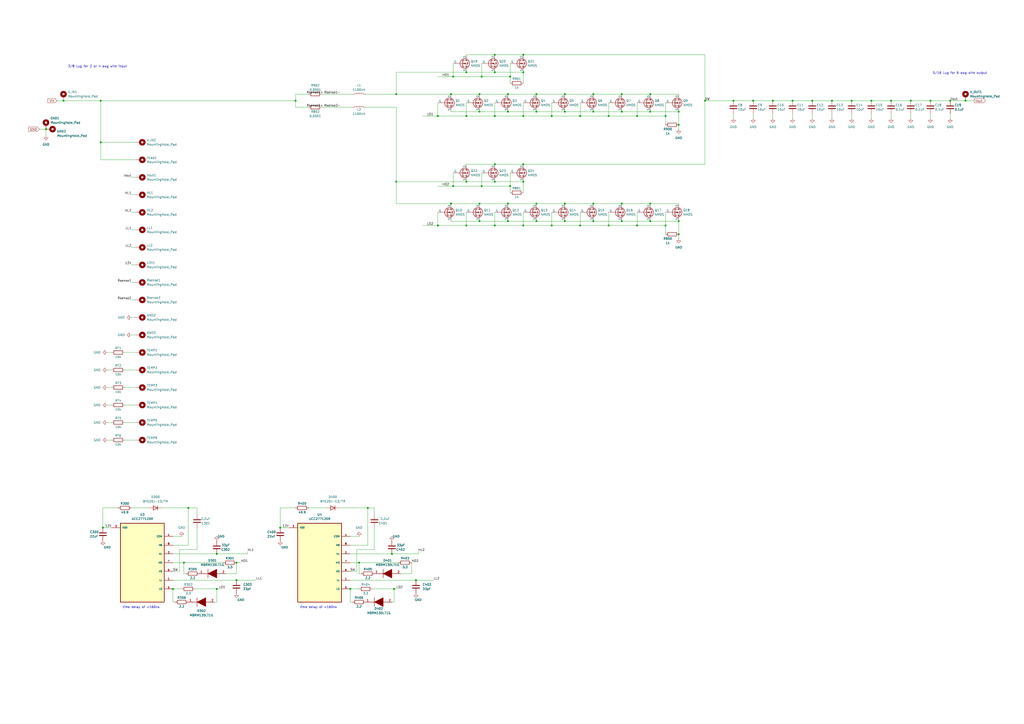
<source format=kicad_sch>
(kicad_sch (version 20230121) (generator eeschema)
  (paper "A2")
  (junction (at 137.16 326.39))
  (junction (at 303.53 130.81))
  (junction (at 287.02 105.41))
  (junction (at 408.94 58.42))
  (junction (at 482.6 58.42))
  (junction (at 100.33 341.63))
  (junction (at 344.17 118.11))
  (junction (at 386.08 130.81))
  (junction (at 369.57 130.81))
  (junction (at 203.2 341.63))
  (junction (at 287.02 41.91))
  (junction (at 311.15 128.27))
  (junction (at 270.51 41.91))
  (junction (at 327.66 128.27))
  (junction (at 254 130.81))
  (junction (at 278.13 64.77))
  (junction (at 26.67 74.93))
  (junction (at 311.15 54.61))
  (junction (at 279.4 44.45))
  (junction (at 287.02 130.81))
  (junction (at 287.02 67.31))
  (junction (at 59.69 306.07))
  (junction (at 294.64 54.61))
  (junction (at 360.68 128.27))
  (junction (at 270.51 105.41))
  (junction (at 261.62 118.11))
  (junction (at 377.19 118.11))
  (junction (at 227.33 321.31))
  (junction (at 278.13 128.27))
  (junction (at 327.66 54.61))
  (junction (at 320.04 130.81))
  (junction (at 360.68 64.77))
  (junction (at 386.08 67.31))
  (junction (at 58.42 58.42))
  (junction (at 311.15 118.11))
  (junction (at 125.73 321.31))
  (junction (at 106.68 326.39))
  (junction (at 278.13 54.61))
  (junction (at 393.7 135.89))
  (junction (at 560.07 58.42))
  (junction (at 295.91 107.95))
  (junction (at 294.64 118.11))
  (junction (at 162.56 306.07))
  (junction (at 279.4 107.95))
  (junction (at 471.17 58.42))
  (junction (at 254 67.31))
  (junction (at 303.53 67.31))
  (junction (at 353.06 130.81))
  (junction (at 58.42 82.55))
  (junction (at 360.68 54.61))
  (junction (at 262.89 44.45))
  (junction (at 171.45 58.42))
  (junction (at 262.89 107.95))
  (junction (at 393.7 128.27))
  (junction (at 369.57 67.31))
  (junction (at 241.3 336.55))
  (junction (at 336.55 67.31))
  (junction (at 270.51 130.81))
  (junction (at 327.66 118.11))
  (junction (at 377.19 64.77))
  (junction (at 125.73 341.63))
  (junction (at 528.32 58.42))
  (junction (at 336.55 130.81))
  (junction (at 459.74 58.42))
  (junction (at 505.46 58.42))
  (junction (at 229.87 54.61))
  (junction (at 294.64 64.77))
  (junction (at 327.66 64.77))
  (junction (at 303.53 31.75))
  (junction (at 539.75 58.42))
  (junction (at 494.03 58.42))
  (junction (at 344.17 128.27))
  (junction (at 353.06 67.31))
  (junction (at 303.53 95.25))
  (junction (at 393.7 64.77))
  (junction (at 320.04 67.31))
  (junction (at 436.88 58.42))
  (junction (at 213.36 294.64))
  (junction (at 278.13 118.11))
  (junction (at 311.15 64.77))
  (junction (at 303.53 105.41))
  (junction (at 137.16 336.55))
  (junction (at 393.7 72.39))
  (junction (at 261.62 54.61))
  (junction (at 360.68 118.11))
  (junction (at 229.87 105.41))
  (junction (at 208.28 326.39))
  (junction (at 377.19 128.27))
  (junction (at 551.18 58.42))
  (junction (at 228.6 341.63))
  (junction (at 344.17 54.61))
  (junction (at 377.19 54.61))
  (junction (at 287.02 95.25))
  (junction (at 287.02 31.75))
  (junction (at 425.45 58.42))
  (junction (at 448.31 58.42))
  (junction (at 294.64 128.27))
  (junction (at 344.17 64.77))
  (junction (at 36.83 58.42))
  (junction (at 109.22 294.64))
  (junction (at 295.91 44.45))
  (junction (at 270.51 67.31))
  (junction (at 516.89 58.42))
  (junction (at 303.53 41.91))
  (wire (pts (xy 360.68 128.27) (xy 377.19 128.27)))
  (wire (pts (xy 393.7 135.89) (xy 393.7 138.43)))
  (wire (pts (xy 245.11 130.81) (xy 254 130.81)))
  (wire (pts (xy 353.06 123.19) (xy 353.06 130.81)))
  (wire (pts (xy 303.53 130.81) (xy 320.04 130.81)))
  (wire (pts (xy 72.39 224.79) (xy 78.74 224.79)))
  (wire (pts (xy 229.87 105.41) (xy 270.51 105.41)))
  (wire (pts (xy 231.14 326.39) (xy 208.28 326.39)))
  (wire (pts (xy 171.45 58.42) (xy 171.45 62.23)))
  (wire (pts (xy 76.2 143.51) (xy 78.74 143.51)))
  (wire (pts (xy 64.77 224.79) (xy 62.23 224.79)))
  (wire (pts (xy 386.08 135.89) (xy 386.08 130.81)))
  (wire (pts (xy 113.03 341.63) (xy 125.73 341.63)))
  (wire (pts (xy 100.33 336.55) (xy 137.16 336.55)))
  (wire (pts (xy 436.88 58.42) (xy 425.45 58.42)))
  (wire (pts (xy 270.51 41.91) (xy 287.02 41.91)))
  (wire (pts (xy 287.02 123.19) (xy 287.02 130.81)))
  (wire (pts (xy 217.17 318.77) (xy 207.01 318.77)))
  (wire (pts (xy 76.2 184.15) (xy 78.74 184.15)))
  (wire (pts (xy 336.55 123.19) (xy 336.55 130.81)))
  (wire (pts (xy 208.28 326.39) (xy 208.28 332.74)))
  (wire (pts (xy 261.62 64.77) (xy 278.13 64.77)))
  (wire (pts (xy 106.68 326.39) (xy 100.33 326.39)))
  (wire (pts (xy 208.28 326.39) (xy 203.2 326.39)))
  (wire (pts (xy 320.04 59.69) (xy 320.04 67.31)))
  (wire (pts (xy 33.02 58.42) (xy 36.83 58.42)))
  (wire (pts (xy 459.74 66.04) (xy 459.74 68.58)))
  (wire (pts (xy 320.04 67.31) (xy 336.55 67.31)))
  (wire (pts (xy 386.08 67.31) (xy 369.57 67.31)))
  (wire (pts (xy 261.62 128.27) (xy 278.13 128.27)))
  (wire (pts (xy 208.28 341.63) (xy 203.2 341.63)))
  (wire (pts (xy 137.16 326.39) (xy 137.16 332.74)))
  (wire (pts (xy 311.15 54.61) (xy 327.66 54.61)))
  (wire (pts (xy 278.13 118.11) (xy 294.64 118.11)))
  (wire (pts (xy 93.98 294.64) (xy 109.22 294.64)))
  (wire (pts (xy 72.39 234.95) (xy 78.74 234.95)))
  (wire (pts (xy 278.13 54.61) (xy 294.64 54.61)))
  (wire (pts (xy 254 44.45) (xy 262.89 44.45)))
  (wire (pts (xy 242.57 320.04) (xy 242.57 321.31)))
  (wire (pts (xy 76.2 153.67) (xy 78.74 153.67)))
  (wire (pts (xy 344.17 54.61) (xy 360.68 54.61)))
  (wire (pts (xy 294.64 54.61) (xy 311.15 54.61)))
  (wire (pts (xy 254 59.69) (xy 254 67.31)))
  (wire (pts (xy 238.76 332.74) (xy 232.41 332.74)))
  (wire (pts (xy 125.73 341.63) (xy 125.73 349.25)))
  (wire (pts (xy 143.51 320.04) (xy 143.51 321.31)))
  (wire (pts (xy 162.56 294.64) (xy 162.56 306.07)))
  (wire (pts (xy 369.57 59.69) (xy 369.57 67.31)))
  (wire (pts (xy 228.6 341.63) (xy 228.6 349.25)))
  (wire (pts (xy 303.53 95.25) (xy 408.94 95.25)))
  (wire (pts (xy 107.95 332.74) (xy 106.68 332.74)))
  (wire (pts (xy 353.06 67.31) (xy 336.55 67.31)))
  (wire (pts (xy 76.2 133.35) (xy 78.74 133.35)))
  (wire (pts (xy 209.55 332.74) (xy 208.28 332.74)))
  (wire (pts (xy 516.89 58.42) (xy 528.32 58.42)))
  (wire (pts (xy 270.51 67.31) (xy 287.02 67.31)))
  (wire (pts (xy 254 107.95) (xy 262.89 107.95)))
  (wire (pts (xy 137.16 326.39) (xy 139.7 326.39)))
  (wire (pts (xy 137.16 336.55) (xy 148.59 336.55)))
  (wire (pts (xy 104.14 318.77) (xy 104.14 331.47)))
  (wire (pts (xy 551.18 58.42) (xy 560.07 58.42)))
  (wire (pts (xy 125.73 321.31) (xy 143.51 321.31)))
  (wire (pts (xy 303.53 105.41) (xy 303.53 111.76)))
  (wire (pts (xy 109.22 316.23) (xy 100.33 316.23)))
  (wire (pts (xy 279.4 100.33) (xy 279.4 107.95)))
  (wire (pts (xy 64.77 214.63) (xy 62.23 214.63)))
  (wire (pts (xy 303.53 31.75) (xy 408.94 31.75)))
  (wire (pts (xy 287.02 95.25) (xy 303.53 95.25)))
  (wire (pts (xy 494.03 66.04) (xy 494.03 68.58)))
  (wire (pts (xy 270.51 31.75) (xy 287.02 31.75)))
  (wire (pts (xy 369.57 123.19) (xy 369.57 130.81)))
  (wire (pts (xy 278.13 128.27) (xy 294.64 128.27)))
  (wire (pts (xy 76.2 102.87) (xy 78.74 102.87)))
  (wire (pts (xy 505.46 66.04) (xy 505.46 68.58)))
  (wire (pts (xy 377.19 128.27) (xy 393.7 128.27)))
  (wire (pts (xy 539.75 66.04) (xy 539.75 68.58)))
  (wire (pts (xy 294.64 118.11) (xy 311.15 118.11)))
  (wire (pts (xy 279.4 107.95) (xy 295.91 107.95)))
  (wire (pts (xy 369.57 67.31) (xy 353.06 67.31)))
  (wire (pts (xy 212.09 54.61) (xy 229.87 54.61)))
  (wire (pts (xy 295.91 44.45) (xy 295.91 48.26)))
  (wire (pts (xy 59.69 306.07) (xy 64.77 306.07)))
  (wire (pts (xy 137.16 332.74) (xy 130.81 332.74)))
  (wire (pts (xy 171.45 54.61) (xy 179.07 54.61)))
  (wire (pts (xy 327.66 118.11) (xy 344.17 118.11)))
  (wire (pts (xy 72.39 255.27) (xy 78.74 255.27)))
  (wire (pts (xy 109.22 294.64) (xy 114.3 294.64)))
  (wire (pts (xy 196.85 294.64) (xy 213.36 294.64)))
  (wire (pts (xy 386.08 59.69) (xy 386.08 67.31)))
  (wire (pts (xy 64.77 255.27) (xy 62.23 255.27)))
  (wire (pts (xy 353.06 59.69) (xy 353.06 67.31)))
  (wire (pts (xy 482.6 58.42) (xy 471.17 58.42)))
  (wire (pts (xy 58.42 82.55) (xy 78.74 82.55)))
  (wire (pts (xy 344.17 64.77) (xy 360.68 64.77)))
  (wire (pts (xy 528.32 58.42) (xy 539.75 58.42)))
  (wire (pts (xy 76.2 173.99) (xy 78.74 173.99)))
  (wire (pts (xy 203.2 321.31) (xy 227.33 321.31)))
  (wire (pts (xy 393.7 64.77) (xy 393.7 72.39)))
  (wire (pts (xy 124.46 349.25) (xy 125.73 349.25)))
  (wire (pts (xy 311.15 64.77) (xy 327.66 64.77)))
  (wire (pts (xy 227.33 349.25) (xy 228.6 349.25)))
  (wire (pts (xy 105.41 341.63) (xy 100.33 341.63)))
  (wire (pts (xy 360.68 64.77) (xy 377.19 64.77)))
  (wire (pts (xy 229.87 54.61) (xy 261.62 54.61)))
  (wire (pts (xy 494.03 58.42) (xy 505.46 58.42)))
  (wire (pts (xy 64.77 245.11) (xy 62.23 245.11)))
  (wire (pts (xy 72.39 204.47) (xy 78.74 204.47)))
  (wire (pts (xy 386.08 123.19) (xy 386.08 130.81)))
  (wire (pts (xy 26.67 74.93) (xy 26.67 78.74)))
  (wire (pts (xy 229.87 41.91) (xy 229.87 54.61)))
  (wire (pts (xy 106.68 326.39) (xy 106.68 332.74)))
  (wire (pts (xy 36.83 58.42) (xy 58.42 58.42)))
  (wire (pts (xy 377.19 118.11) (xy 393.7 118.11)))
  (wire (pts (xy 287.02 41.91) (xy 303.53 41.91)))
  (wire (pts (xy 100.33 331.47) (xy 104.14 331.47)))
  (wire (pts (xy 303.53 41.91) (xy 303.53 48.26)))
  (wire (pts (xy 377.19 64.77) (xy 393.7 64.77)))
  (wire (pts (xy 311.15 118.11) (xy 327.66 118.11)))
  (wire (pts (xy 238.76 326.39) (xy 238.76 332.74)))
  (wire (pts (xy 287.02 130.81) (xy 303.53 130.81)))
  (wire (pts (xy 262.89 36.83) (xy 262.89 44.45)))
  (wire (pts (xy 311.15 128.27) (xy 327.66 128.27)))
  (wire (pts (xy 295.91 107.95) (xy 295.91 111.76)))
  (wire (pts (xy 551.18 66.04) (xy 551.18 68.58)))
  (wire (pts (xy 270.51 123.19) (xy 270.51 130.81)))
  (wire (pts (xy 303.53 123.19) (xy 303.53 130.81)))
  (wire (pts (xy 287.02 67.31) (xy 303.53 67.31)))
  (wire (pts (xy 127 341.63) (xy 125.73 341.63)))
  (wire (pts (xy 320.04 130.81) (xy 320.04 123.19)))
  (wire (pts (xy 279.4 44.45) (xy 295.91 44.45)))
  (wire (pts (xy 227.33 321.31) (xy 242.57 321.31)))
  (wire (pts (xy 303.53 59.69) (xy 303.53 67.31)))
  (wire (pts (xy 539.75 58.42) (xy 551.18 58.42)))
  (wire (pts (xy 448.31 58.42) (xy 436.88 58.42)))
  (wire (pts (xy 262.89 100.33) (xy 262.89 107.95)))
  (wire (pts (xy 109.22 294.64) (xy 109.22 316.23)))
  (wire (pts (xy 207.01 318.77) (xy 207.01 331.47)))
  (wire (pts (xy 72.39 245.11) (xy 78.74 245.11)))
  (wire (pts (xy 408.94 58.42) (xy 408.94 95.25)))
  (wire (pts (xy 287.02 105.41) (xy 303.53 105.41)))
  (wire (pts (xy 114.3 294.64) (xy 114.3 298.45)))
  (wire (pts (xy 386.08 72.39) (xy 386.08 67.31)))
  (wire (pts (xy 64.77 234.95) (xy 62.23 234.95)))
  (wire (pts (xy 171.45 294.64) (xy 162.56 294.64)))
  (wire (pts (xy 203.2 336.55) (xy 241.3 336.55)))
  (wire (pts (xy 560.07 58.42) (xy 565.15 58.42)))
  (wire (pts (xy 471.17 66.04) (xy 471.17 68.58)))
  (wire (pts (xy 229.87 118.11) (xy 229.87 105.41)))
  (wire (pts (xy 393.7 72.39) (xy 393.7 74.93)))
  (wire (pts (xy 114.3 306.07) (xy 114.3 318.77)))
  (wire (pts (xy 287.02 31.75) (xy 303.53 31.75)))
  (wire (pts (xy 327.66 64.77) (xy 344.17 64.77)))
  (wire (pts (xy 494.03 58.42) (xy 482.6 58.42)))
  (wire (pts (xy 162.56 306.07) (xy 167.64 306.07)))
  (wire (pts (xy 336.55 59.69) (xy 336.55 67.31)))
  (wire (pts (xy 229.87 118.11) (xy 261.62 118.11)))
  (wire (pts (xy 270.51 95.25) (xy 287.02 95.25)))
  (wire (pts (xy 516.89 66.04) (xy 516.89 68.58)))
  (wire (pts (xy 100.33 321.31) (xy 125.73 321.31)))
  (wire (pts (xy 320.04 130.81) (xy 336.55 130.81)))
  (wire (pts (xy 448.31 66.04) (xy 448.31 68.58)))
  (wire (pts (xy 76.2 194.31) (xy 78.74 194.31)))
  (wire (pts (xy 270.51 105.41) (xy 287.02 105.41)))
  (wire (pts (xy 270.51 130.81) (xy 287.02 130.81)))
  (wire (pts (xy 215.9 341.63) (xy 228.6 341.63)))
  (wire (pts (xy 58.42 58.42) (xy 58.42 82.55)))
  (wire (pts (xy 76.2 163.83) (xy 78.74 163.83)))
  (wire (pts (xy 229.87 341.63) (xy 228.6 341.63)))
  (wire (pts (xy 294.64 64.77) (xy 311.15 64.77)))
  (wire (pts (xy 471.17 58.42) (xy 459.74 58.42)))
  (wire (pts (xy 327.66 54.61) (xy 344.17 54.61)))
  (wire (pts (xy 360.68 118.11) (xy 377.19 118.11)))
  (wire (pts (xy 386.08 130.81) (xy 369.57 130.81)))
  (wire (pts (xy 59.69 294.64) (xy 59.69 306.07)))
  (wire (pts (xy 482.6 66.04) (xy 482.6 68.58)))
  (wire (pts (xy 212.09 62.23) (xy 229.87 62.23)))
  (wire (pts (xy 408.94 58.42) (xy 425.45 58.42)))
  (wire (pts (xy 186.69 62.23) (xy 204.47 62.23)))
  (wire (pts (xy 213.36 294.64) (xy 217.17 294.64)))
  (wire (pts (xy 327.66 128.27) (xy 344.17 128.27)))
  (wire (pts (xy 76.2 113.03) (xy 78.74 113.03)))
  (wire (pts (xy 229.87 41.91) (xy 270.51 41.91)))
  (wire (pts (xy 171.45 62.23) (xy 179.07 62.23)))
  (wire (pts (xy 262.89 44.45) (xy 279.4 44.45)))
  (wire (pts (xy 241.3 336.55) (xy 251.46 336.55)))
  (wire (pts (xy 295.91 36.83) (xy 295.91 44.45)))
  (wire (pts (xy 100.33 349.25) (xy 100.33 341.63)))
  (wire (pts (xy 408.94 31.75) (xy 408.94 58.42)))
  (wire (pts (xy 217.17 294.64) (xy 217.17 298.45)))
  (wire (pts (xy 229.87 62.23) (xy 229.87 105.41)))
  (wire (pts (xy 203.2 349.25) (xy 203.2 341.63)))
  (wire (pts (xy 58.42 58.42) (xy 171.45 58.42)))
  (wire (pts (xy 68.58 294.64) (xy 59.69 294.64)))
  (wire (pts (xy 72.39 214.63) (xy 78.74 214.63)))
  (wire (pts (xy 245.11 67.31) (xy 254 67.31)))
  (wire (pts (xy 22.86 74.93) (xy 26.67 74.93)))
  (wire (pts (xy 262.89 107.95) (xy 279.4 107.95)))
  (wire (pts (xy 436.88 66.04) (xy 436.88 68.58)))
  (wire (pts (xy 261.62 118.11) (xy 278.13 118.11)))
  (wire (pts (xy 369.57 130.81) (xy 353.06 130.81)))
  (wire (pts (xy 279.4 36.83) (xy 279.4 44.45)))
  (wire (pts (xy 179.07 294.64) (xy 189.23 294.64)))
  (wire (pts (xy 270.51 59.69) (xy 270.51 67.31)))
  (wire (pts (xy 208.28 311.15) (xy 203.2 311.15)))
  (wire (pts (xy 344.17 118.11) (xy 360.68 118.11)))
  (wire (pts (xy 76.2 123.19) (xy 78.74 123.19)))
  (wire (pts (xy 425.45 66.04) (xy 425.45 68.58)))
  (wire (pts (xy 76.2 294.64) (xy 86.36 294.64)))
  (wire (pts (xy 114.3 318.77) (xy 104.14 318.77)))
  (wire (pts (xy 278.13 64.77) (xy 294.64 64.77)))
  (wire (pts (xy 58.42 92.71) (xy 78.74 92.71)))
  (wire (pts (xy 213.36 294.64) (xy 213.36 316.23)))
  (wire (pts (xy 254 130.81) (xy 270.51 130.81)))
  (wire (pts (xy 58.42 82.55) (xy 58.42 92.71)))
  (wire (pts (xy 171.45 54.61) (xy 171.45 58.42)))
  (wire (pts (xy 294.64 128.27) (xy 311.15 128.27)))
  (wire (pts (xy 295.91 100.33) (xy 295.91 107.95)))
  (wire (pts (xy 287.02 59.69) (xy 287.02 67.31)))
  (wire (pts (xy 377.19 54.61) (xy 393.7 54.61)))
  (wire (pts (xy 217.17 306.07) (xy 217.17 318.77)))
  (wire (pts (xy 528.32 66.04) (xy 528.32 68.58)))
  (wire (pts (xy 303.53 67.31) (xy 320.04 67.31)))
  (wire (pts (xy 101.6 349.25) (xy 100.33 349.25)))
  (wire (pts (xy 203.2 331.47) (xy 207.01 331.47)))
  (wire (pts (xy 204.47 349.25) (xy 203.2 349.25)))
  (wire (pts (xy 459.74 58.42) (xy 448.31 58.42)))
  (wire (pts (xy 254 123.19) (xy 254 130.81)))
  (wire (pts (xy 261.62 54.61) (xy 278.13 54.61)))
  (wire (pts (xy 213.36 316.23) (xy 203.2 316.23)))
  (wire (pts (xy 129.54 326.39) (xy 106.68 326.39)))
  (wire (pts (xy 254 67.31) (xy 270.51 67.31)))
  (wire (pts (xy 186.69 54.61) (xy 204.47 54.61)))
  (wire (pts (xy 505.46 58.42) (xy 516.89 58.42)))
  (wire (pts (xy 393.7 128.27) (xy 393.7 135.89)))
  (wire (pts (xy 344.17 128.27) (xy 360.68 128.27)))
  (wire (pts (xy 360.68 54.61) (xy 377.19 54.61)))
  (wire (pts (xy 64.77 204.47) (xy 62.23 204.47)))
  (wire (pts (xy 353.06 130.81) (xy 336.55 130.81)))
  (wire (pts (xy 105.41 311.15) (xy 100.33 311.15)))
  (text "3/8 Lug for 2 or 4 awg wire input" (at 39.37 39.37 0) (effects (font (size 1.27 1.27)) (justify left bottom)))
  (text "time delay of <160ns" (at 71.12 353.06 0) (effects (font (size 1.27 1.27)) (justify left bottom)))
  (text "5/16 Lug for 6 awg wire output" (at 541.02 43.18 0) (effects (font (size 1.27 1.27)) (justify left bottom)))
  (text "time delay of <160ns" (at 173.99 353.06 0) (effects (font (size 1.27 1.27)) (justify left bottom)))
  (label "SW" (at 100.33 331.47 0))
  (label "LL1" (at 76.2 133.35 180))
  (label "Rsense2-" (at 187.96 62.23 0))
  (label "LO2" (at 247.65 130.81 0))
  (label "Rsense1" (at 76.2 163.83 180))
  (label "HO2" (at 256.54 107.95 0))
  (label "HL2" (at 76.2 123.19 180))
  (label "LO1" (at 127 341.63 0))
  (label "LO1" (at 247.65 67.31 0))
  (label "Vout" (at 76.2 102.87 180))
  (label "HO2" (at 238.76 326.39 0))
  (label "SW" (at 408.94 58.42 0))
  (label "Rsense2+" (at 177.8 62.23 0))
  (label "HL1" (at 76.2 113.03 180))
  (label "HO1" (at 256.54 44.45 0))
  (label "LO2" (at 229.87 341.63 0))
  (label "12V" (at 163.83 306.07 0))
  (label "HO1" (at 139.7 326.39 0))
  (label "LL2" (at 76.2 143.51 180))
  (label "12V" (at 60.96 306.07 0))
  (label "HL1" (at 143.51 320.04 0))
  (label "12V" (at 76.2 153.67 180))
  (label "Rsense2" (at 76.2 173.99 180))
  (label "LL2" (at 251.46 336.55 0))
  (label "LL1" (at 148.59 336.55 0))
  (label "Rsense1+" (at 177.8 54.61 0))
  (label "Vout" (at 551.18 58.42 0))
  (label "Rsense1-" (at 187.96 54.61 0))
  (label "HL2" (at 242.57 320.04 0))
  (label "SW" (at 203.2 331.47 0))
  (global_label "Vout" (shape output) (at 565.15 58.42 0) (property "Intersheetrefs" "${INTERSHEET_REFS}" (effects hide)))
  (global_label "GND" (shape input) (at 22.86 74.93 180) (property "Intersheetrefs" "${INTERSHEET_REFS}" (effects hide)))
  (global_label "Vin" (shape input) (at 33.02 58.42 180) (property "Intersheetrefs" "${INTERSHEET_REFS}" (effects hide)))
  (symbol (lib_id "power:GND") (at 528.32 68.58 0) (unit 1)
    (property "Reference" "#PWR022" (effects hide))
    (property "Value" "GND" (at 528.32 73.66 0))
  )
  (symbol (lib_id "Device:R") (at 182.88 62.23 270) (unit 1)
    (property "Reference" "R802" (at 182.88 64.77 90))
    (property "Value" "0.0001" (at 182.88 67.31 90))
    (property "Footprint" "SnapEDA Library:PSR500HTQFB0L10" (effects hide))
  )
  (symbol (lib_id "UCC27712DR:UCC27712DR") (at 82.55 326.39 0) (mirror y) (unit 1)
    (property "Reference" "U3" (at 82.55 298.45 0))
    (property "Value" "UCC27712DR" (at 82.55 300.99 0))
    (property "Footprint" "SnapEDA Library:SOIC127P599X175-8N" (effects hide))
  )
  (symbol (lib_id "MBRM130LT1G:MBRM130LT1G") (at 115.57 332.74 0) (unit 1)
    (property "Reference" "D301" (at 123.19 325.12 0))
    (property "Value" "MBRM130LT1G" (at 123.19 327.66 0))
    (property "Footprint" "SnapEDA Library:MBRM130LT1G" (effects hide))
    (property "Datasheet" "http://www.onsemi.com/pub/Collateral/MBRM130L-D.PDF" (effects hide))
    (property "Manufacturer_Name" "onsemi" (effects hide))
    (property "Manufacturer_Part_Number" "MBRM130LT1G" (effects hide))
    (property "Mouser Part Number" "863-MBRM130LT1G" (effects hide))
    (property "Mouser Price/Stock" "https://www.mouser.co.uk/ProductDetail/onsemi/MBRM130LT1G?qs=3JMERSakebrXPEmSbT3BNg%3D%3D" (effects hide))
    (property "Arrow Part Number" "MBRM130LT1G" (effects hide))
    (property "Arrow Price/Stock" "https://www.arrow.com/en/products/mbrm130lt1g/on-semiconductor?region=europe" (effects hide))
  )
  (symbol (lib_id "Mechanical:MountingHole_Pad") (at 81.28 133.35 270) (unit 1)
    (property "Reference" "LL1" (at 85.09 132.08 90) (effects (justify left)))
    (property "Value" "MountingHole_Pad" (at 85.09 134.62 90) (effects (justify left)))
    (property "Footprint" "TestPoint:TestPoint_THTPad_D2.5mm_Drill1.2mm" (effects hide))
  )
  (symbol (lib_id "Device:R") (at 234.95 326.39 270) (unit 1)
    (property "Reference" "R403" (at 234.95 323.85 90))
    (property "Value" "3.3" (at 234.95 328.93 90))
    (property "Footprint" "Resistor_SMD:R_1206_3216Metric_Pad1.30x1.75mm_HandSolder" (effects hide))
  )
  (symbol (lib_id "Simulation_SPICE:NMOS") (at 391.16 59.69 0) (unit 1)
    (property "Reference" "Q9" (at 396.24 58.42 0) (effects (justify left)))
    (property "Value" "NMOS" (at 396.24 60.96 0) (effects (justify left)))
    (property "Footprint" "SnapEDA Library:TO-220-3_Horizontal_TabDown no hole" (effects hide))
    (property "Datasheet" "https://www.mouser.com/datasheet/2/196/Infineon_IPP024N08NF2S_DataSheet_v02_00_EN-2399825.pdf" (effects hide))
    (property "Sim.Device" "NMOS" (effects hide))
    (property "Sim.Type" "VDMOS" (effects hide))
    (property "Sim.Pins" "1=G 2=D 3=S" (effects hide))
  )
  (symbol (lib_id "power:GND") (at 425.45 68.58 0) (unit 1)
    (property "Reference" "#PWR013" (effects hide))
    (property "Value" "GND" (at 425.45 73.66 0))
  )
  (symbol (lib_id "power:GND") (at 551.18 68.58 0) (unit 1)
    (property "Reference" "#PWR024" (effects hide))
    (property "Value" "GND" (at 551.18 73.66 0))
  )
  (symbol (lib_id "Simulation_SPICE:NMOS") (at 275.59 59.69 0) (unit 1)
    (property "Reference" "Q2" (at 280.67 58.42 0) (effects (justify left)))
    (property "Value" "NMOS" (at 280.67 60.96 0) (effects (justify left)))
    (property "Footprint" "SnapEDA Library:TO-220-3_Horizontal_TabDown no hole" (effects hide))
    (property "Datasheet" "https://www.mouser.com/datasheet/2/196/Infineon_IPP024N08NF2S_DataSheet_v02_00_EN-2399825.pdf" (effects hide))
    (property "Sim.Device" "NMOS" (effects hide))
    (property "Sim.Type" "VDMOS" (effects hide))
    (property "Sim.Pins" "1=G 2=D 3=S" (effects hide))
  )
  (symbol (lib_id "MBRM130LT1G:MBRM130LT1G") (at 109.22 349.25 0) (unit 1)
    (property "Reference" "D302" (at 116.84 354.33 0))
    (property "Value" "MBRM130LT1G" (at 116.84 356.87 0))
    (property "Footprint" "SnapEDA Library:MBRM130LT1G" (effects hide))
    (property "Datasheet" "http://www.onsemi.com/pub/Collateral/MBRM130L-D.PDF" (effects hide))
    (property "Manufacturer_Name" "onsemi" (effects hide))
    (property "Manufacturer_Part_Number" "MBRM130LT1G" (effects hide))
    (property "Mouser Part Number" "863-MBRM130LT1G" (effects hide))
    (property "Mouser Price/Stock" "https://www.mouser.co.uk/ProductDetail/onsemi/MBRM130LT1G?qs=3JMERSakebrXPEmSbT3BNg%3D%3D" (effects hide))
    (property "Arrow Part Number" "MBRM130LT1G" (effects hide))
    (property "Arrow Price/Stock" "https://www.arrow.com/en/products/mbrm130lt1g/on-semiconductor?region=europe" (effects hide))
  )
  (symbol (lib_id "power:GND") (at 105.41 311.15 180) (unit 1)
    (property "Reference" "#PWR03" (effects hide))
    (property "Value" "GND" (at 105.41 306.07 0))
  )
  (symbol (lib_id "MBRM130LT1G:MBRM130LT1G") (at 217.17 332.74 0) (unit 1)
    (property "Reference" "D401" (at 224.79 325.12 0))
    (property "Value" "MBRM130LT1G" (at 224.79 327.66 0))
    (property "Footprint" "SnapEDA Library:MBRM130LT1G" (effects hide))
    (property "Datasheet" "http://www.onsemi.com/pub/Collateral/MBRM130L-D.PDF" (effects hide))
    (property "Manufacturer_Name" "onsemi" (effects hide))
    (property "Manufacturer_Part_Number" "MBRM130LT1G" (effects hide))
    (property "Mouser Part Number" "863-MBRM130LT1G" (effects hide))
    (property "Mouser Price/Stock" "https://www.mouser.co.uk/ProductDetail/onsemi/MBRM130LT1G?qs=3JMERSakebrXPEmSbT3BNg%3D%3D" (effects hide))
    (property "Arrow Part Number" "MBRM130LT1G" (effects hide))
    (property "Arrow Price/Stock" "https://www.arrow.com/en/products/mbrm130lt1g/on-semiconductor?region=europe" (effects hide))
  )
  (symbol (lib_id "Mechanical:MountingHole_Pad") (at 81.28 82.55 270) (unit 1)
    (property "Reference" "V_IN2" (at 85.09 81.28 90) (effects (justify left)))
    (property "Value" "MountingHole_Pad" (at 85.09 83.82 90) (effects (justify left)))
    (property "Footprint" "TestPoint:TestPoint_THTPad_D2.5mm_Drill1.2mm" (effects hide))
  )
  (symbol (lib_id "Simulation_SPICE:NMOS") (at 308.61 123.19 0) (unit 1)
    (property "Reference" "Q13" (at 313.69 121.92 0) (effects (justify left)))
    (property "Value" "NMOS" (at 313.69 124.46 0) (effects (justify left)))
    (property "Footprint" "SnapEDA Library:TO-220-3_Horizontal_TabDown no hole" (effects hide))
    (property "Datasheet" "https://www.mouser.com/datasheet/2/196/Infineon_IPP024N08NF2S_DataSheet_v02_00_EN-2399825.pdf" (effects hide))
    (property "Sim.Device" "NMOS" (effects hide))
    (property "Sim.Type" "VDMOS" (effects hide))
    (property "Sim.Pins" "1=G 2=D 3=S" (effects hide))
  )
  (symbol (lib_id "Mechanical:MountingHole_Pad") (at 81.28 153.67 270) (unit 1)
    (property "Reference" "12V1" (at 85.09 152.4 90) (effects (justify left)))
    (property "Value" "MountingHole_Pad" (at 85.09 154.94 90) (effects (justify left)))
    (property "Footprint" "TestPoint:TestPoint_THTPad_D2.5mm_Drill1.2mm" (effects hide))
  )
  (symbol (lib_id "Device:D") (at 193.04 294.64 180) (unit 1)
    (property "Reference" "D400" (at 193.04 288.29 0))
    (property "Value" "BYG20J-E3/TR" (at 193.04 290.83 0))
    (property "Footprint" "Diode_SMD:D_SMA" (effects hide))
    (property "Sim.Device" "D" (effects hide))
    (property "Sim.Pins" "1=K 2=A" (effects hide))
  )
  (symbol (lib_id "Mechanical:MountingHole_Pad") (at 81.28 102.87 270) (unit 1)
    (property "Reference" "Vout1" (at 85.09 101.6 90) (effects (justify left)))
    (property "Value" "MountingHole_Pad" (at 85.09 104.14 90) (effects (justify left)))
    (property "Footprint" "TestPoint:TestPoint_THTPad_D2.5mm_Drill1.2mm" (effects hide))
  )
  (symbol (lib_id "Mechanical:MountingHole_Pad") (at 81.28 224.79 270) (unit 1)
    (property "Reference" "TEMP3" (at 85.09 223.52 90) (effects (justify left)))
    (property "Value" "MountingHole_Pad" (at 85.09 226.06 90) (effects (justify left)))
    (property "Footprint" "TestPoint:TestPoint_THTPad_D2.5mm_Drill1.2mm" (effects hide))
  )
  (symbol (lib_id "Device:L") (at 208.28 54.61 90) (unit 1)
    (property "Reference" "L1" (at 208.28 49.53 90))
    (property "Value" "1100nH" (at 208.28 52.07 90))
    (property "Footprint" "SnapEDA Library:EDITED-IND_IHDM1107BBEVR47M20_VIS" (effects hide))
  )
  (symbol (lib_id "Simulation_SPICE:NMOS") (at 374.65 59.69 0) (unit 1)
    (property "Reference" "Q8" (at 379.73 58.42 0) (effects (justify left)))
    (property "Value" "NMOS" (at 379.73 60.96 0) (effects (justify left)))
    (property "Footprint" "SnapEDA Library:TO-220-3_Horizontal_TabDown no hole" (effects hide))
    (property "Datasheet" "https://www.mouser.com/datasheet/2/196/Infineon_IPP024N08NF2S_DataSheet_v02_00_EN-2399825.pdf" (effects hide))
    (property "Sim.Device" "NMOS" (effects hide))
    (property "Sim.Type" "VDMOS" (effects hide))
    (property "Sim.Pins" "1=G 2=D 3=S" (effects hide))
  )
  (symbol (lib_id "power:GND") (at 471.17 68.58 0) (unit 1)
    (property "Reference" "#PWR017" (effects hide))
    (property "Value" "GND" (at 471.17 73.66 0))
  )
  (symbol (lib_id "power:GND") (at 162.56 313.69 0) (unit 1)
    (property "Reference" "#PWR06" (effects hide))
    (property "Value" "GND" (at 165.1 317.5 0))
  )
  (symbol (lib_id "Mechanical:MountingHole_Pad") (at 81.28 184.15 270) (unit 1)
    (property "Reference" "GND2" (at 85.09 182.88 90) (effects (justify left)))
    (property "Value" "MountingHole_Pad" (at 85.09 185.42 90) (effects (justify left)))
    (property "Footprint" "TestPoint:TestPoint_THTPad_D2.5mm_Drill1.2mm" (effects hide))
  )
  (symbol (lib_id "Device:D") (at 90.17 294.64 180) (unit 1)
    (property "Reference" "D300" (at 90.17 288.29 0))
    (property "Value" "BYG20J-E3/TR" (at 90.17 290.83 0))
    (property "Footprint" "Diode_SMD:D_SMA" (effects hide))
    (property "Sim.Device" "D" (effects hide))
    (property "Sim.Pins" "1=K 2=A" (effects hide))
  )
  (symbol (lib_id "Device:R") (at 68.58 245.11 270) (mirror x) (unit 1)
    (property "Reference" "RT5" (at 68.58 242.57 90))
    (property "Value" "10k" (at 68.58 247.65 90))
    (property "Footprint" "Resistor_SMD:R_0603_1608Metric_Pad0.98x0.95mm_HandSolder" (effects hide))
    (property "Datasheet" "NTCG163JX103DT1S" (effects hide))
  )
  (symbol (lib_id "Device:R") (at 208.28 349.25 270) (unit 1)
    (property "Reference" "R406" (at 208.28 346.71 90))
    (property "Value" "2.2" (at 208.28 351.79 90))
    (property "Footprint" "Resistor_SMD:R_1206_3216Metric_Pad1.30x1.75mm_HandSolder" (effects hide))
  )
  (symbol (lib_id "Device:R") (at 72.39 294.64 270) (unit 1)
    (property "Reference" "R300" (at 72.39 292.1 90))
    (property "Value" "49.9" (at 72.39 297.18 90))
    (property "Footprint" "Resistor_SMD:R_1206_3216Metric_Pad1.30x1.75mm_HandSolder" (effects hide))
  )
  (symbol (lib_id "Simulation_SPICE:NMOS") (at 391.16 123.19 0) (unit 1)
    (property "Reference" "Q18" (at 396.24 121.92 0) (effects (justify left)))
    (property "Value" "NMOS" (at 396.24 124.46 0) (effects (justify left)))
    (property "Footprint" "SnapEDA Library:TO-220-3_Horizontal_TabDown no hole" (effects hide))
    (property "Datasheet" "https://www.mouser.com/datasheet/2/196/Infineon_IPP024N08NF2S_DataSheet_v02_00_EN-2399825.pdf" (effects hide))
    (property "Sim.Device" "NMOS" (effects hide))
    (property "Sim.Type" "VDMOS" (effects hide))
    (property "Sim.Pins" "1=G 2=D 3=S" (effects hide))
  )
  (symbol (lib_id "power:GND") (at 539.75 68.58 0) (unit 1)
    (property "Reference" "#PWR023" (effects hide))
    (property "Value" "GND" (at 539.75 73.66 0))
  )
  (symbol (lib_id "Device:C") (at 516.89 62.23 0) (unit 1)
    (property "Reference" "C16" (at 519.43 60.96 0) (effects (justify left)))
    (property "Value" "0.1uF" (at 519.43 63.5 0) (effects (justify left)))
    (property "Footprint" "Capacitor_SMD:C_1210_3225Metric_Pad1.33x2.70mm_HandSolder" (effects hide))
    (property "Datasheet" "https://product.tdk.com/system/files/dam/doc/product/capacitor/ceramic/mlcc/catalog/mlcc_commercial_midvoltage_en.pdf" (effects hide))
  )
  (symbol (lib_id "Device:C") (at 217.17 302.26 0) (unit 1)
    (property "Reference" "C401" (at 224.79 303.53 0) (effects (justify right)))
    (property "Value" "2.2uF" (at 226.06 300.99 0) (effects (justify right)))
    (property "Footprint" "Capacitor_SMD:C_1206_3216Metric_Pad1.33x1.80mm_HandSolder" (effects hide))
  )
  (symbol (lib_id "power:GND") (at 137.16 344.17 0) (unit 1)
    (property "Reference" "#PWR05" (effects hide))
    (property "Value" "GND" (at 139.7 347.98 0))
  )
  (symbol (lib_id "Simulation_SPICE:NMOS") (at 292.1 123.19 0) (unit 1)
    (property "Reference" "Q12" (at 297.18 121.92 0) (effects (justify left)))
    (property "Value" "NMOS" (at 297.18 124.46 0) (effects (justify left)))
    (property "Footprint" "SnapEDA Library:TO-220-3_Horizontal_TabDown no hole" (effects hide))
    (property "Datasheet" "https://www.mouser.com/datasheet/2/196/Infineon_IPP024N08NF2S_DataSheet_v02_00_EN-2399825.pdf" (effects hide))
    (property "Sim.Device" "NMOS" (effects hide))
    (property "Sim.Type" "VDMOS" (effects hide))
    (property "Sim.Pins" "1=G 2=D 3=S" (effects hide))
  )
  (symbol (lib_id "Simulation_SPICE:NMOS") (at 325.12 59.69 0) (unit 1)
    (property "Reference" "Q5" (at 330.2 58.42 0) (effects (justify left)))
    (property "Value" "NMOS" (at 330.2 60.96 0) (effects (justify left)))
    (property "Footprint" "SnapEDA Library:TO-220-3_Horizontal_TabDown no hole" (effects hide))
    (property "Datasheet" "https://www.mouser.com/datasheet/2/196/Infineon_IPP024N08NF2S_DataSheet_v02_00_EN-2399825.pdf" (effects hide))
    (property "Sim.Device" "NMOS" (effects hide))
    (property "Sim.Type" "VDMOS" (effects hide))
    (property "Sim.Pins" "1=G 2=D 3=S" (effects hide))
  )
  (symbol (lib_id "Mechanical:MountingHole_Pad") (at 560.07 55.88 0) (unit 1)
    (property "Reference" "V_OUT1" (at 562.61 53.34 0) (effects (justify left)))
    (property "Value" "MountingHole_Pad" (at 562.61 55.88 0) (effects (justify left)))
    (property "Footprint" "MountingHole:MountingHole_8.4mm_M8_Pad_TopBottom" (effects hide))
  )
  (symbol (lib_id "Device:R") (at 213.36 332.74 270) (unit 1)
    (property "Reference" "R405" (at 213.36 330.2 90))
    (property "Value" "2.2" (at 213.36 335.28 90))
    (property "Footprint" "Resistor_SMD:R_1206_3216Metric_Pad1.30x1.75mm_HandSolder" (effects hide))
  )
  (symbol (lib_id "Mechanical:MountingHole_Pad") (at 81.28 255.27 270) (unit 1)
    (property "Reference" "TEMP6" (at 85.09 254 90) (effects (justify left)))
    (property "Value" "MountingHole_Pad" (at 85.09 256.54 90) (effects (justify left)))
    (property "Footprint" "TestPoint:TestPoint_THTPad_D2.5mm_Drill1.2mm" (effects hide))
  )
  (symbol (lib_id "Device:C") (at 59.69 309.88 180) (unit 1)
    (property "Reference" "C300" (at 52.07 308.61 0) (effects (justify right)))
    (property "Value" "22uF" (at 52.07 311.15 0) (effects (justify right)))
    (property "Footprint" "Capacitor_SMD:C_1206_3216Metric_Pad1.33x1.80mm_HandSolder" (effects hide))
  )
  (symbol (lib_id "power:GND") (at 393.7 74.93 0) (unit 1)
    (property "Reference" "#PWR010" (effects hide))
    (property "Value" "GND" (at 393.7 80.01 0))
  )
  (symbol (lib_id "power:GND") (at 62.23 255.27 270) (mirror x) (unit 1)
    (property "Reference" "#PWR032" (effects hide))
    (property "Value" "GND" (at 58.42 255.27 90) (effects (justify right)))
  )
  (symbol (lib_id "Simulation_SPICE:NMOS") (at 259.08 59.69 0) (unit 1)
    (property "Reference" "Q1" (at 264.16 58.42 0) (effects (justify left)))
    (property "Value" "NMOS" (at 264.16 60.96 0) (effects (justify left)))
    (property "Footprint" "SnapEDA Library:TO-220-3_Horizontal_TabDown no hole" (effects hide))
    (property "Datasheet" "https://www.mouser.com/datasheet/2/196/Infineon_IPP024N08NF2S_DataSheet_v02_00_EN-2399825.pdf" (effects hide))
    (property "Sim.Device" "NMOS" (effects hide))
    (property "Sim.Type" "VDMOS" (effects hide))
    (property "Sim.Pins" "1=G 2=D 3=S" (effects hide))
  )
  (symbol (lib_id "Device:C") (at 448.31 62.23 0) (unit 1)
    (property "Reference" "C10" (at 450.85 60.96 0) (effects (justify left)))
    (property "Value" "10uF" (at 450.85 63.5 0) (effects (justify left)))
    (property "Footprint" "Capacitor_SMD:C_1210_3225Metric_Pad1.33x2.70mm_HandSolder" (effects hide))
    (property "Datasheet" "https://product.tdk.com/system/files/dam/doc/product/capacitor/ceramic/mlcc/catalog/mlcc_commercial_midvoltage_en.pdf" (effects hide))
  )
  (symbol (lib_id "Mechanical:MountingHole_Pad") (at 81.28 163.83 270) (unit 1)
    (property "Reference" "Rsense1" (at 85.09 162.56 90) (effects (justify left)))
    (property "Value" "MountingHole_Pad" (at 85.09 165.1 90) (effects (justify left)))
    (property "Footprint" "TestPoint:TestPoint_THTPad_D2.5mm_Drill1.2mm" (effects hide))
  )
  (symbol (lib_id "Simulation_SPICE:NMOS") (at 275.59 123.19 0) (unit 1)
    (property "Reference" "Q11" (at 280.67 121.92 0) (effects (justify left)))
    (property "Value" "NMOS" (at 280.67 124.46 0) (effects (justify left)))
    (property "Footprint" "SnapEDA Library:TO-220-3_Horizontal_TabDown no hole" (effects hide))
    (property "Datasheet" "https://www.mouser.com/datasheet/2/196/Infineon_IPP024N08NF2S_DataSheet_v02_00_EN-2399825.pdf" (effects hide))
    (property "Sim.Device" "NMOS" (effects hide))
    (property "Sim.Type" "VDMOS" (effects hide))
    (property "Sim.Pins" "1=G 2=D 3=S" (effects hide))
  )
  (symbol (lib_id "Simulation_SPICE:NMOS") (at 292.1 59.69 0) (unit 1)
    (property "Reference" "Q3" (at 297.18 58.42 0) (effects (justify left)))
    (property "Value" "NMOS" (at 297.18 60.96 0) (effects (justify left)))
    (property "Footprint" "SnapEDA Library:TO-220-3_Horizontal_TabDown no hole" (effects hide))
    (property "Datasheet" "https://www.mouser.com/datasheet/2/196/Infineon_IPP024N08NF2S_DataSheet_v02_00_EN-2399825.pdf" (effects hide))
    (property "Sim.Device" "NMOS" (effects hide))
    (property "Sim.Type" "VDMOS" (effects hide))
    (property "Sim.Pins" "1=G 2=D 3=S" (effects hide))
  )
  (symbol (lib_id "power:GND") (at 241.3 344.17 0) (unit 1)
    (property "Reference" "#PWR09" (effects hide))
    (property "Value" "GND" (at 242.57 347.98 0))
  )
  (symbol (lib_id "Mechanical:MountingHole_Pad") (at 81.28 245.11 270) (unit 1)
    (property "Reference" "TEMP5" (at 85.09 243.84 90) (effects (justify left)))
    (property "Value" "MountingHole_Pad" (at 85.09 246.38 90) (effects (justify left)))
    (property "Footprint" "TestPoint:TestPoint_THTPad_D2.5mm_Drill1.2mm" (effects hide))
  )
  (symbol (lib_id "Device:R") (at 299.72 111.76 270) (unit 1)
    (property "Reference" "R801" (at 299.72 109.22 90))
    (property "Value" "1k" (at 299.72 114.3 90))
    (property "Footprint" "Resistor_SMD:R_1206_3216Metric_Pad1.30x1.75mm_HandSolder" (effects hide))
  )
  (symbol (lib_id "Device:C") (at 162.56 309.88 180) (unit 1)
    (property "Reference" "C400" (at 154.94 308.61 0) (effects (justify right)))
    (property "Value" "22uF" (at 154.94 311.15 0) (effects (justify right)))
    (property "Footprint" "Capacitor_SMD:C_1206_3216Metric_Pad1.33x1.80mm_HandSolder" (effects hide))
  )
  (symbol (lib_id "power:GND") (at 436.88 68.58 0) (unit 1)
    (property "Reference" "#PWR014" (effects hide))
    (property "Value" "GND" (at 436.88 73.66 0))
  )
  (symbol (lib_id "Device:C") (at 436.88 62.23 0) (unit 1)
    (property "Reference" "C9" (at 439.42 60.96 0) (effects (justify left)))
    (property "Value" "10uF" (at 439.42 63.5 0) (effects (justify left)))
    (property "Footprint" "Capacitor_SMD:C_1210_3225Metric_Pad1.33x2.70mm_HandSolder" (effects hide))
    (property "Datasheet" "https://product.tdk.com/system/files/dam/doc/product/capacitor/ceramic/mlcc/catalog/mlcc_commercial_midvoltage_en.pdf" (effects hide))
  )
  (symbol (lib_id "Simulation_SPICE:NMOS") (at 300.99 100.33 0) (unit 1)
    (property "Reference" "Q24" (at 306.07 99.06 0) (effects (justify left)))
    (property "Value" "NMOS" (at 306.07 101.6 0) (effects (justify left)))
    (property "Footprint" "SnapEDA Library:TO-220-3_Horizontal_TabDown no hole" (effects hide))
    (property "Datasheet" "https://www.mouser.com/datasheet/2/196/Infineon_IPP024N08NF2S_DataSheet_v02_00_EN-2399825.pdf" (effects hide))
    (property "Sim.Device" "NMOS" (effects hide))
    (property "Sim.Type" "VDMOS" (effects hide))
    (property "Sim.Pins" "1=G 2=D 3=S" (effects hide))
  )
  (symbol (lib_id "Device:R") (at 68.58 214.63 90) (mirror x) (unit 1)
    (property "Reference" "RT2" (at 68.58 212.09 90))
    (property "Value" "10k" (at 68.58 217.17 90))
    (property "Footprint" "Resistor_SMD:R_0603_1608Metric_Pad0.98x0.95mm_HandSolder" (effects hide))
    (property "Datasheet" "NTCG163JX103DT1S" (effects hide))
  )
  (symbol (lib_id "power:GND") (at 76.2 184.15 270) (unit 1)
    (property "Reference" "#PWR026" (effects hide))
    (property "Value" "GND" (at 72.39 184.15 90) (effects (justify right)))
  )
  (symbol (lib_id "Device:R") (at 389.89 135.89 270) (unit 1)
    (property "Reference" "R800" (at 387.35 138.43 90))
    (property "Value" "1k" (at 387.35 140.97 90))
    (property "Footprint" "Resistor_SMD:R_1206_3216Metric_Pad1.30x1.75mm_HandSolder" (effects hide))
  )
  (symbol (lib_id "power:GND") (at 62.23 224.79 270) (mirror x) (unit 1)
    (property "Reference" "#PWR029" (effects hide))
    (property "Value" "GND" (at 58.42 224.79 90) (effects (justify right)))
  )
  (symbol (lib_id "Device:R") (at 68.58 224.79 270) (mirror x) (unit 1)
    (property "Reference" "RT3" (at 68.58 222.25 90))
    (property "Value" "10k" (at 68.58 227.33 90))
    (property "Footprint" "Resistor_SMD:R_0603_1608Metric_Pad0.98x0.95mm_HandSolder" (effects hide))
    (property "Datasheet" "NTCG163JX103DT1S" (effects hide))
  )
  (symbol (lib_id "Device:C") (at 471.17 62.23 0) (unit 1)
    (property "Reference" "C12" (at 473.71 60.96 0) (effects (justify left)))
    (property "Value" "10uF" (at 473.71 63.5 0) (effects (justify left)))
    (property "Footprint" "Capacitor_SMD:C_1210_3225Metric_Pad1.33x2.70mm_HandSolder" (effects hide))
    (property "Datasheet" "https://product.tdk.com/system/files/dam/doc/product/capacitor/ceramic/mlcc/catalog/mlcc_commercial_midvoltage_en.pdf" (effects hide))
  )
  (symbol (lib_id "power:GND") (at 62.23 214.63 270) (mirror x) (unit 1)
    (property "Reference" "#PWR028" (effects hide))
    (property "Value" "GND" (at 58.42 214.63 90) (effects (justify right)))
  )
  (symbol (lib_id "Device:R") (at 212.09 341.63 270) (unit 1)
    (property "Reference" "R404" (at 212.09 339.09 90))
    (property "Value" "3.3" (at 212.09 344.17 90))
    (property "Footprint" "Resistor_SMD:R_1206_3216Metric_Pad1.30x1.75mm_HandSolder" (effects hide))
  )
  (symbol (lib_id "power:GND") (at 505.46 68.58 0) (unit 1)
    (property "Reference" "#PWR020" (effects hide))
    (property "Value" "GND" (at 505.46 73.66 0))
  )
  (symbol (lib_id "Mechanical:MountingHole_Pad") (at 81.28 214.63 270) (unit 1)
    (property "Reference" "TEMP2" (at 85.09 213.36 90) (effects (justify left)))
    (property "Value" "MountingHole_Pad" (at 85.09 215.9 90) (effects (justify left)))
    (property "Footprint" "TestPoint:TestPoint_THTPad_D2.5mm_Drill1.2mm" (effects hide))
  )
  (symbol (lib_id "power:GND") (at 76.2 194.31 270) (unit 1)
    (property "Reference" "#PWR025" (effects hide))
    (property "Value" "GND" (at 72.39 194.31 90) (effects (justify right)))
  )
  (symbol (lib_id "power:GND") (at 393.7 138.43 0) (unit 1)
    (property "Reference" "#PWR011" (effects hide))
    (property "Value" "GND" (at 393.7 143.51 0))
  )
  (symbol (lib_id "Device:R") (at 68.58 234.95 270) (mirror x) (unit 1)
    (property "Reference" "RT4" (at 68.58 232.41 90))
    (property "Value" "10k" (at 68.58 237.49 90))
    (property "Footprint" "Resistor_SMD:R_0603_1608Metric_Pad0.98x0.95mm_HandSolder" (effects hide))
    (property "Datasheet" "NTCG163JX103DT1S" (effects hide))
  )
  (symbol (lib_id "power:GND") (at 459.74 68.58 0) (unit 1)
    (property "Reference" "#PWR016" (effects hide))
    (property "Value" "GND" (at 459.74 73.66 0))
  )
  (symbol (lib_id "Device:R") (at 133.35 326.39 270) (unit 1)
    (property "Reference" "R301" (at 133.35 323.85 90))
    (property "Value" "3.3" (at 133.35 328.93 90))
    (property "Footprint" "Resistor_SMD:R_1206_3216Metric_Pad1.30x1.75mm_HandSolder" (effects hide))
  )
  (symbol (lib_id "Mechanical:MountingHole_Pad") (at 81.28 123.19 270) (unit 1)
    (property "Reference" "HL2" (at 85.09 121.92 90) (effects (justify left)))
    (property "Value" "MountingHole_Pad" (at 85.09 124.46 90) (effects (justify left)))
    (property "Footprint" "TestPoint:TestPoint_THTPad_D2.5mm_Drill1.2mm" (effects hide))
  )
  (symbol (lib_id "Mechanical:MountingHole_Pad") (at 81.28 113.03 270) (unit 1)
    (property "Reference" "HL1" (at 85.09 111.76 90) (effects (justify left)))
    (property "Value" "MountingHole_Pad" (at 85.09 114.3 90) (effects (justify left)))
    (property "Footprint" "TestPoint:TestPoint_THTPad_D2.5mm_Drill1.2mm" (effects hide))
  )
  (symbol (lib_id "Simulation_SPICE:NMOS") (at 374.65 123.19 0) (unit 1)
    (property "Reference" "Q17" (at 379.73 121.92 0) (effects (justify left)))
    (property "Value" "NMOS" (at 379.73 124.46 0) (effects (justify left)))
    (property "Footprint" "SnapEDA Library:TO-220-3_Horizontal_TabDown no hole" (effects hide))
    (property "Datasheet" "https://www.mouser.com/datasheet/2/196/Infineon_IPP024N08NF2S_DataSheet_v02_00_EN-2399825.pdf" (effects hide))
    (property "Sim.Device" "NMOS" (effects hide))
    (property "Sim.Type" "VDMOS" (effects hide))
    (property "Sim.Pins" "1=G 2=D 3=S" (effects hide))
  )
  (symbol (lib_id "Device:R") (at 68.58 255.27 270) (mirror x) (unit 1)
    (property "Reference" "RT6" (at 68.58 252.73 90))
    (property "Value" "10k" (at 68.58 257.81 90))
    (property "Footprint" "Resistor_SMD:R_0603_1608Metric_Pad0.98x0.95mm_HandSolder" (effects hide))
    (property "Datasheet" "NTCG163JX103DT1S" (effects hide))
  )
  (symbol (lib_id "power:GND") (at 62.23 234.95 270) (mirror x) (unit 1)
    (property "Reference" "#PWR030" (effects hide))
    (property "Value" "GND" (at 58.42 234.95 90) (effects (justify right)))
  )
  (symbol (lib_id "UCC27712DR:UCC27712DR") (at 185.42 326.39 0) (mirror y) (unit 1)
    (property "Reference" "U4" (at 185.42 298.45 0))
    (property "Value" "UCC27712DR" (at 185.42 300.99 0))
    (property "Footprint" "SnapEDA Library:SOIC127P599X175-8N" (effects hide))
  )
  (symbol (lib_name "NMOS_1") (lib_id "Simulation_SPICE:NMOS") (at 267.97 36.83 0) (unit 1)
    (property "Reference" "Q19" (at 273.05 35.56 0) (effects (justify left)))
    (property "Value" "NMOS" (at 273.05 38.1 0) (effects (justify left)))
    (property "Footprint" "SnapEDA Library:TO-220-3_Horizontal_TabDown no hole" (effects hide))
    (property "Datasheet" "https://www.mouser.com/datasheet/2/196/Infineon_IPP024N08NF2S_DataSheet_v02_00_EN-2399825.pdf" (effects hide))
    (property "Sim.Device" "NMOS" (effects hide))
    (property "Sim.Type" "VDMOS" (effects hide))
    (property "Sim.Pins" "1=G 2=D 3=S" (effects hide))
  )
  (symbol (lib_id "Simulation_SPICE:NMOS") (at 325.12 123.19 0) (unit 1)
    (property "Reference" "Q14" (at 330.2 121.92 0) (effects (justify left)))
    (property "Value" "NMOS" (at 330.2 124.46 0) (effects (justify left)))
    (property "Footprint" "SnapEDA Library:TO-220-3_Horizontal_TabDown no hole" (effects hide))
    (property "Datasheet" "https://www.mouser.com/datasheet/2/196/Infineon_IPP024N08NF2S_DataSheet_v02_00_EN-2399825.pdf" (effects hide))
    (property "Sim.Device" "NMOS" (effects hide))
    (property "Sim.Type" "VDMOS" (effects hide))
    (property "Sim.Pins" "1=G 2=D 3=S" (effects hide))
  )
  (symbol (lib_id "Device:C") (at 241.3 340.36 180) (unit 1)
    (property "Reference" "C403" (at 245.11 339.09 0) (effects (justify right)))
    (property "Value" "33pF" (at 245.11 341.63 0) (effects (justify right)))
    (property "Footprint" "Capacitor_SMD:C_1206_3216Metric_Pad1.33x1.80mm_HandSolder" (effects hide))
  )
  (symbol (lib_id "Device:R") (at 389.89 72.39 270) (unit 1)
    (property "Reference" "R900" (at 387.35 74.93 90))
    (property "Value" "1k" (at 387.35 77.47 90))
    (property "Footprint" "Resistor_SMD:R_1206_3216Metric_Pad1.30x1.75mm_HandSolder" (effects hide))
  )
  (symbol (lib_id "Mechanical:MountingHole_Pad") (at 81.28 173.99 270) (unit 1)
    (property "Reference" "Rsense2" (at 85.09 172.72 90) (effects (justify left)))
    (property "Value" "MountingHole_Pad" (at 85.09 175.26 90) (effects (justify left)))
    (property "Footprint" "TestPoint:TestPoint_THTPad_D2.5mm_Drill1.2mm" (effects hide))
  )
  (symbol (lib_id "Device:C") (at 425.45 62.23 0) (unit 1)
    (property "Reference" "C8" (at 427.99 60.96 0) (effects (justify left)))
    (property "Value" "10uF" (at 427.99 63.5 0) (effects (justify left)))
    (property "Footprint" "Capacitor_SMD:C_1210_3225Metric_Pad1.33x2.70mm_HandSolder" (effects hide))
    (property "Datasheet" "https://product.tdk.com/system/files/dam/doc/product/capacitor/ceramic/mlcc/catalog/mlcc_commercial_midvoltage_en.pdf" (effects hide))
  )
  (symbol (lib_id "power:GND") (at 494.03 68.58 0) (unit 1)
    (property "Reference" "#PWR019" (effects hide))
    (property "Value" "GND" (at 494.03 73.66 0))
  )
  (symbol (lib_id "Simulation_SPICE:NMOS") (at 284.48 36.83 0) (unit 1)
    (property "Reference" "Q20" (at 289.56 35.56 0) (effects (justify left)))
    (property "Value" "NMOS" (at 289.56 38.1 0) (effects (justify left)))
    (property "Footprint" "SnapEDA Library:TO-220-3_Horizontal_TabDown no hole" (effects hide))
    (property "Datasheet" "https://www.mouser.com/datasheet/2/196/Infineon_IPP024N08NF2S_DataSheet_v02_00_EN-2399825.pdf" (effects hide))
    (property "Sim.Device" "NMOS" (effects hide))
    (property "Sim.Type" "VDMOS" (effects hide))
    (property "Sim.Pins" "1=G 2=D 3=S" (effects hide))
  )
  (symbol (lib_id "power:GND") (at 516.89 68.58 0) (unit 1)
    (property "Reference" "#PWR021" (effects hide))
    (property "Value" "GND" (at 516.89 73.66 0))
  )
  (symbol (lib_id "Device:C") (at 125.73 317.5 0) (unit 1)
    (property "Reference" "C302" (at 133.35 318.77 0) (effects (justify right)))
    (property "Value" "33pF" (at 133.35 316.23 0) (effects (justify right)))
    (property "Footprint" "Capacitor_SMD:C_1206_3216Metric_Pad1.33x1.80mm_HandSolder" (effects hide))
  )
  (symbol (lib_id "Device:C") (at 528.32 62.23 0) (unit 1)
    (property "Reference" "C17" (at 530.86 60.96 0) (effects (justify left)))
    (property "Value" "0.1uF" (at 530.86 63.5 0) (effects (justify left)))
    (property "Footprint" "Capacitor_SMD:C_1210_3225Metric_Pad1.33x2.70mm_HandSolder" (effects hide))
    (property "Datasheet" "https://product.tdk.com/system/files/dam/doc/product/capacitor/ceramic/mlcc/catalog/mlcc_commercial_midvoltage_en.pdf" (effects hide))
  )
  (symbol (lib_id "Device:C") (at 227.33 317.5 0) (unit 1)
    (property "Reference" "C402" (at 234.95 318.77 0) (effects (justify right)))
    (property "Value" "33pF" (at 234.95 316.23 0) (effects (justify right)))
    (property "Footprint" "Capacitor_SMD:C_1206_3216Metric_Pad1.33x1.80mm_HandSolder" (effects hide))
  )
  (symbol (lib_id "Mechanical:MountingHole_Pad") (at 81.28 143.51 270) (unit 1)
    (property "Reference" "LL2" (at 85.09 142.24 90) (effects (justify left)))
    (property "Value" "MountingHole_Pad" (at 85.09 144.78 90) (effects (justify left)))
    (property "Footprint" "TestPoint:TestPoint_THTPad_D2.5mm_Drill1.2mm" (effects hide))
  )
  (symbol (lib_id "Simulation_SPICE:NMOS") (at 308.61 59.69 0) (unit 1)
    (property "Reference" "Q4" (at 313.69 58.42 0) (effects (justify left)))
    (property "Value" "NMOS" (at 313.69 60.96 0) (effects (justify left)))
    (property "Footprint" "SnapEDA Library:TO-220-3_Horizontal_TabDown no hole" (effects hide))
    (property "Datasheet" "https://www.mouser.com/datasheet/2/196/Infineon_IPP024N08NF2S_DataSheet_v02_00_EN-2399825.pdf" (effects hide))
    (property "Sim.Device" "NMOS" (effects hide))
    (property "Sim.Type" "VDMOS" (effects hide))
    (property "Sim.Pins" "1=G 2=D 3=S" (effects hide))
  )
  (symbol (lib_id "power:GND") (at 448.31 68.58 0) (unit 1)
    (property "Reference" "#PWR015" (effects hide))
    (property "Value" "GND" (at 448.31 73.66 0))
  )
  (symbol (lib_id "Device:R") (at 182.88 54.61 270) (unit 1)
    (property "Reference" "R902" (at 182.88 49.53 90))
    (property "Value" "0.0001" (at 182.88 52.07 90))
    (property "Footprint" "SnapEDA Library:PSR500HTQFB0L10" (effects hide))
  )
  (symbol (lib_id "Mechanical:MountingHole_Pad") (at 81.28 194.31 270) (unit 1)
    (property "Reference" "GND3" (at 85.09 193.04 90) (effects (justify left)))
    (property "Value" "MountingHole_Pad" (at 85.09 195.58 90) (effects (justify left)))
    (property "Footprint" "TestPoint:TestPoint_THTPad_D2.5mm_Drill1.2mm" (effects hide))
  )
  (symbol (lib_id "Mechanical:MountingHole_Pad") (at 81.28 204.47 270) (unit 1)
    (property "Reference" "TEMP1" (at 85.09 203.2 90) (effects (justify left)))
    (property "Value" "MountingHole_Pad" (at 85.09 205.74 90) (effects (justify left)))
    (property "Footprint" "TestPoint:TestPoint_THTPad_D2.5mm_Drill1.2mm" (effects hide))
  )
  (symbol (lib_id "Device:C") (at 539.75 62.23 0) (unit 1)
    (property "Reference" "C18" (at 542.29 60.96 0) (effects (justify left)))
    (property "Value" "0.1uF" (at 542.29 63.5 0) (effects (justify left)))
    (property "Footprint" "Capacitor_SMD:C_1210_3225Metric_Pad1.33x2.70mm_HandSolder" (effects hide))
    (property "Datasheet" "https://product.tdk.com/system/files/dam/doc/product/capacitor/ceramic/mlcc/catalog/mlcc_commercial_midvoltage_en.pdf" (effects hide))
  )
  (symbol (lib_id "power:GND") (at 482.6 68.58 0) (unit 1)
    (property "Reference" "#PWR018" (effects hide))
    (property "Value" "GND" (at 482.6 73.66 0))
  )
  (symbol (lib_id "Device:R") (at 105.41 349.25 270) (unit 1)
    (property "Reference" "R306" (at 105.41 346.71 90))
    (property "Value" "2.2" (at 105.41 351.79 90))
    (property "Footprint" "Resistor_SMD:R_1206_3216Metric_Pad1.30x1.75mm_HandSolder" (effects hide))
  )
  (symbol (lib_id "Device:C") (at 551.18 62.23 0) (unit 1)
    (property "Reference" "C19" (at 553.72 60.96 0) (effects (justify left)))
    (property "Value" "0.1uF" (at 553.72 63.5 0) (effects (justify left)))
    (property "Footprint" "Capacitor_SMD:C_1210_3225Metric_Pad1.33x2.70mm_HandSolder" (effects hide))
    (property "Datasheet" "https://product.tdk.com/system/files/dam/doc/product/capacitor/ceramic/mlcc/catalog/mlcc_commercial_midvoltage_en.pdf" (effects hide))
  )
  (symbol (lib_id "Simulation_SPICE:NMOS") (at 300.99 36.83 0) (unit 1)
    (property "Reference" "Q21" (at 306.07 35.56 0) (effects (justify left)))
    (property "Value" "NMOS" (at 306.07 38.1 0) (effects (justify left)))
    (property "Footprint" "SnapEDA Library:TO-220-3_Horizontal_TabDown no hole" (effects hide))
    (property "Datasheet" "https://www.mouser.com/datasheet/2/196/Infineon_IPP024N08NF2S_DataSheet_v02_00_EN-2399825.pdf" (effects hide))
    (property "Sim.Device" "NMOS" (effects hide))
    (property "Sim.Type" "VDMOS" (effects hide))
    (property "Sim.Pins" "1=G 2=D 3=S" (effects hide))
  )
  (symbol (lib_id "Simulation_SPICE:NMOS") (at 284.48 100.33 0) (unit 1)
    (property "Reference" "Q23" (at 289.56 99.06 0) (effects (justify left)))
    (property "Value" "NMOS" (at 289.56 101.6 0) (effects (justify left)))
    (property "Footprint" "SnapEDA Library:TO-220-3_Horizontal_TabDown no hole" (effects hide))
    (property "Datasheet" "https://www.mouser.com/datasheet/2/196/Infineon_IPP024N08NF2S_DataSheet_v02_00_EN-2399825.pdf" (effects hide))
    (property "Sim.Device" "NMOS" (effects hide))
    (property "Sim.Type" "VDMOS" (effects hide))
    (property "Sim.Pins" "1=G 2=D 3=S" (effects hide))
  )
  (symbol (lib_id "MBRM130LT1G:MBRM130LT1G") (at 212.09 349.25 0) (unit 1)
    (property "Reference" "D402" (at 219.71 353.06 0))
    (property "Value" "MBRM130LT1G" (at 219.71 355.6 0))
    (property "Footprint" "SnapEDA Library:MBRM130LT1G" (effects hide))
    (property "Datasheet" "http://www.onsemi.com/pub/Collateral/MBRM130L-D.PDF" (effects hide))
    (property "Manufacturer_Name" "onsemi" (effects hide))
    (property "Manufacturer_Part_Number" "MBRM130LT1G" (effects hide))
    (property "Mouser Part Number" "863-MBRM130LT1G" (effects hide))
    (property "Mouser Price/Stock" "https://www.mouser.co.uk/ProductDetail/onsemi/MBRM130LT1G?qs=3JMERSakebrXPEmSbT3BNg%3D%3D" (effects hide))
    (property "Arrow Part Number" "MBRM130LT1G" (effects hide))
    (property "Arrow Price/Stock" "https://www.arrow.com/en/products/mbrm130lt1g/on-semiconductor?region=europe" (effects hide))
  )
  (symbol (lib_id "Mechanical:MountingHole_Pad") (at 29.21 74.93 270) (unit 1)
    (property "Reference" "GND2" (at 33.02 76.2 90) (effects (justify left)))
    (property "Value" "MountingHole_Pad" (at 33.02 78.74 90) (effects (justify left)))
    (property "Footprint" "MountingHole:MountingHole_8.4mm_M8_Pad_TopBottom" (effects hide))
  )
  (symbol (lib_id "power:GND") (at 59.69 313.69 0) (unit 1)
    (property "Reference" "#PWR02" (effects hide))
    (property "Value" "GND" (at 62.23 317.5 0))
  )
  (symbol (lib_id "Simulation_SPICE:NMOS") (at 341.63 59.69 0) (unit 1)
    (property "Reference" "Q6" (at 346.71 58.42 0) (effects (justify left)))
    (property "Value" "NMOS" (at 346.71 60.96 0) (effects (justify left)))
    (property "Footprint" "SnapEDA Library:TO-220-3_Horizontal_TabDown no hole" (effects hide))
    (property "Datasheet" "https://www.mouser.com/datasheet/2/196/Infineon_IPP024N08NF2S_DataSheet_v02_00_EN-2399825.pdf" (effects hide))
    (property "Sim.Device" "NMOS" (effects hide))
    (property "Sim.Type" "VDMOS" (effects hide))
    (property "Sim.Pins" "1=G 2=D 3=S" (effects hide))
  )
  (symbol (lib_id "Simulation_SPICE:NMOS") (at 259.08 123.19 0) (unit 1)
    (property "Reference" "Q10" (at 264.16 121.92 0) (effects (justify left)))
    (property "Value" "NMOS" (at 264.16 124.46 0) (effects (justify left)))
    (property "Footprint" "SnapEDA Library:TO-220-3_Horizontal_TabDown no hole" (effects hide))
    (property "Datasheet" "https://www.mouser.com/datasheet/2/196/Infineon_IPP024N08NF2S_DataSheet_v02_00_EN-2399825.pdf" (effects hide))
    (property "Sim.Device" "NMOS" (effects hide))
    (property "Sim.Type" "VDMOS" (effects hide))
    (property "Sim.Pins" "1=G 2=D 3=S" (effects hide))
  )
  (symbol (lib_id "Device:R") (at 175.26 294.64 270) (unit 1)
    (property "Reference" "R400" (at 175.26 292.1 90))
    (property "Value" "49.9" (at 175.26 297.18 90))
    (property "Footprint" "Resistor_SMD:R_1206_3216Metric_Pad1.30x1.75mm_HandSolder" (effects hide))
  )
  (symbol (lib_id "Device:C") (at 482.6 62.23 0) (unit 1)
    (property "Reference" "C13" (at 485.14 60.96 0) (effects (justify left)))
    (property "Value" "10uF" (at 485.14 63.5 0) (effects (justify left)))
    (property "Footprint" "Capacitor_SMD:C_1210_3225Metric_Pad1.33x2.70mm_HandSolder" (effects hide))
    (property "Datasheet" "https://product.tdk.com/system/files/dam/doc/product/capacitor/ceramic/mlcc/catalog/mlcc_commercial_midvoltage_en.pdf" (effects hide))
  )
  (symbol (lib_id "power:GND") (at 62.23 245.11 270) (mirror x) (unit 1)
    (property "Reference" "#PWR031" (effects hide))
    (property "Value" "GND" (at 58.42 245.11 90) (effects (justify right)))
  )
  (symbol (lib_id "Device:C") (at 505.46 62.23 0) (unit 1)
    (property "Reference" "C15" (at 508 60.96 0) (effects (justify left)))
    (property "Value" "10uF" (at 508 63.5 0) (effects (justify left)))
    (property "Footprint" "Capacitor_SMD:C_1210_3225Metric_Pad1.33x2.70mm_HandSolder" (effects hide))
    (property "Datasheet" "https://product.tdk.com/system/files/dam/doc/product/capacitor/ceramic/mlcc/catalog/mlcc_commercial_midvoltage_en.pdf" (effects hide))
  )
  (symbol (lib_id "Simulation_SPICE:NMOS") (at 358.14 123.19 0) (unit 1)
    (property "Reference" "Q16" (at 363.22 121.92 0) (effects (justify left)))
    (property "Value" "NMOS" (at 363.22 124.46 0) (effects (justify left)))
    (property "Footprint" "SnapEDA Library:TO-220-3_Horizontal_TabDown no hole" (effects hide))
    (property "Datasheet" "https://www.mouser.com/datasheet/2/196/Infineon_IPP024N08NF2S_DataSheet_v02_00_EN-2399825.pdf" (effects hide))
    (property "Sim.Device" "NMOS" (effects hide))
    (property "Sim.Type" "VDMOS" (effects hide))
    (property "Sim.Pins" "1=G 2=D 3=S" (effects hide))
  )
  (symbol (lib_id "Device:R") (at 68.58 204.47 90) (mirror x) (unit 1)
    (property "Reference" "RT1" (at 68.58 201.93 90))
    (property "Value" "10k" (at 68.58 207.01 90))
    (property "Footprint" "Resistor_SMD:R_0603_1608Metric_Pad0.98x0.95mm_HandSolder" (effects hide))
    (property "Datasheet" "NTCG163JX103DT1S" (effects hide))
  )
  (symbol (lib_id "Mechanical:MountingHole_Pad") (at 81.28 234.95 270) (unit 1)
    (property "Reference" "TEMP4" (at 85.09 233.68 90) (effects (justify left)))
    (property "Value" "MountingHole_Pad" (at 85.09 236.22 90) (effects (justify left)))
    (property "Footprint" "TestPoint:TestPoint_THTPad_D2.5mm_Drill1.2mm" (effects hide))
  )
  (symbol (lib_id "Simulation_SPICE:NMOS") (at 341.63 123.19 0) (unit 1)
    (property "Reference" "Q15" (at 346.71 121.92 0) (effects (justify left)))
    (property "Value" "NMOS" (at 346.71 124.46 0) (effects (justify left)))
    (property "Footprint" "SnapEDA Library:TO-220-3_Horizontal_TabDown no hole" (effects hide))
    (property "Datasheet" "https://www.mouser.com/datasheet/2/196/Infineon_IPP024N08NF2S_DataSheet_v02_00_EN-2399825.pdf" (effects hide))
    (property "Sim.Device" "NMOS" (effects hide))
    (property "Sim.Type" "VDMOS" (effects hide))
    (property "Sim.Pins" "1=G 2=D 3=S" (effects hide))
  )
  (symbol (lib_id "Device:C") (at 459.74 62.23 0) (unit 1)
    (property "Reference" "C11" (at 462.28 60.96 0) (effects (justify left)))
    (property "Value" "10uF" (at 462.28 63.5 0) (effects (justify left)))
    (property "Footprint" "Capacitor_SMD:C_1210_3225Metric_Pad1.33x2.70mm_HandSolder" (effects hide))
    (property "Datasheet" "https://product.tdk.com/system/files/dam/doc/product/capacitor/ceramic/mlcc/catalog/mlcc_commercial_midvoltage_en.pdf" (effects hide))
  )
  (symbol (lib_id "power:GND") (at 208.28 311.15 180) (unit 1)
    (property "Reference" "#PWR07" (effects hide))
    (property "Value" "GND" (at 208.28 306.07 0))
  )
  (symbol (lib_id "Device:L") (at 208.28 62.23 90) (unit 1)
    (property "Reference" "L2" (at 208.28 63.5 90))
    (property "Value" "1100nH" (at 208.28 66.04 90))
    (property "Footprint" "SnapEDA Library:EDITED-IND_IHDM1107BBEVR47M20_VIS" (effects hide))
  )
  (symbol (lib_id "Simulation_SPICE:NMOS") (at 358.14 59.69 0) (unit 1)
    (property "Reference" "Q7" (at 363.22 58.42 0) (effects (justify left)))
    (property "Value" "NMOS" (at 363.22 60.96 0) (effects (justify left)))
    (property "Footprint" "SnapEDA Library:TO-220-3_Horizontal_TabDown no hole" (effects hide))
    (property "Datasheet" "https://www.mouser.com/datasheet/2/196/Infineon_IPP024N08NF2S_DataSheet_v02_00_EN-2399825.pdf" (effects hide))
    (property "Sim.Device" "NMOS" (effects hide))
    (property "Sim.Type" "VDMOS" (effects hide))
    (property "Sim.Pins" "1=G 2=D 3=S" (effects hide))
  )
  (symbol (lib_id "power:GND") (at 227.33 313.69 180) (unit 1)
    (property "Reference" "#PWR08" (effects hide))
    (property "Value" "GND" (at 229.87 311.15 0))
  )
  (symbol (lib_id "Device:C") (at 494.03 62.23 0) (unit 1)
    (property "Reference" "C14" (at 496.57 60.96 0) (effects (justify left)))
    (property "Value" "10uF" (at 496.57 63.5 0) (effects (justify left)))
    (property "Footprint" "Capacitor_SMD:C_1210_3225Metric_Pad1.33x2.70mm_HandSolder" (effects hide))
    (property "Datasheet" "https://product.tdk.com/system/files/dam/doc/product/capacitor/ceramic/mlcc/catalog/mlcc_commercial_midvoltage_en.pdf" (effects hide))
  )
  (symbol (lib_id "Mechanical:MountingHole_Pad") (at 26.67 72.39 0) (unit 1)
    (property "Reference" "GND1" (at 29.21 68.58 0) (effects (justify left)))
    (property "Value" "MountingHole_Pad" (at 29.21 71.12 0) (effects (justify left)))
    (property "Footprint" "MountingHole:MountingHole_8.4mm_M8_Pad_TopBottom" (effects hide))
  )
  (symbol (lib_id "Device:R") (at 299.72 48.26 270) (unit 1)
    (property "Reference" "R901" (at 299.72 45.72 90))
    (property "Value" "1k" (at 299.72 50.8 90))
    (property "Footprint" "Resistor_SMD:R_1206_3216Metric_Pad1.30x1.75mm_HandSolder" (effects hide))
  )
  (symbol (lib_id "Device:C") (at 114.3 302.26 0) (unit 1)
    (property "Reference" "C301" (at 121.92 303.53 0) (effects (justify right)))
    (property "Value" "2.2uF" (at 121.92 300.99 0) (effects (justify right)))
    (property "Footprint" "Capacitor_SMD:C_1206_3216Metric_Pad1.33x1.80mm_HandSolder" (effects hide))
  )
  (symbol (lib_id "Device:C") (at 137.16 340.36 180) (unit 1)
    (property "Reference" "C303" (at 140.97 339.09 0) (effects (justify right)))
    (property "Value" "33pF" (at 140.97 341.63 0) (effects (justify right)))
    (property "Footprint" "Capacitor_SMD:C_1206_3216Metric_Pad1.33x1.80mm_HandSolder" (effects hide))
  )
  (symbol (lib_id "Mechanical:MountingHole_Pad") (at 36.83 55.88 0) (unit 1)
    (property "Reference" "V_IN1" (at 39.37 53.34 0) (effects (justify left)))
    (property "Value" "MountingHole_Pad" (at 39.37 55.88 0) (effects (justify left)))
    (property "Footprint" "MountingHole:MountingHole_8.4mm_M8_Pad_TopBottom" (effects hide))
  )
  (symbol (lib_id "power:GND") (at 26.67 78.74 0) (unit 1)
    (property "Reference" "#PWR01" (effects hide))
    (property "Value" "GND" (at 26.67 83.82 0))
  )
  (symbol (lib_id "power:GND") (at 62.23 204.47 270) (mirror x) (unit 1)
    (property "Reference" "#PWR027" (effects hide))
    (property "Value" "GND" (at 58.42 204.47 90) (effects (justify right)))
  )
  (symbol (lib_id "Device:R") (at 111.76 332.74 270) (unit 1)
    (property "Reference" "R305" (at 111.76 330.2 90))
    (property "Value" "2.2" (at 111.76 335.28 90))
    (property "Footprint" "Resistor_SMD:R_1206_3216Metric_Pad1.30x1.75mm_HandSolder" (effects hide))
  )
  (symbol (lib_id "Mechanical:MountingHole_Pad") (at 81.28 92.71 270) (unit 1)
    (property "Reference" "Vcap1" (at 85.09 91.44 90) (effects (justify left)))
    (property "Value" "MountingHole_Pad" (at 85.09 93.98 90) (effects (justify left)))
    (property "Footprint" "TestPoint:TestPoint_THTPad_D2.5mm_Drill1.2mm" (effects hide))
  )
  (symbol (lib_id "power:GND") (at 125.73 313.69 180) (unit 1)
    (property "Reference" "#PWR04" (effects hide))
    (property "Value" "GND" (at 128.27 311.15 0))
  )
  (symbol (lib_id "Device:R") (at 109.22 341.63 270) (unit 1)
    (property "Reference" "R302" (at 109.22 339.09 90))
    (property "Value" "3.3" (at 109.22 344.17 90))
    (property "Footprint" "Resistor_SMD:R_1206_3216Metric_Pad1.30x1.75mm_HandSolder" (effects hide))
  )
  (symbol (lib_id "Simulation_SPICE:NMOS") (at 267.97 100.33 0) (unit 1)
    (property "Reference" "Q22" (at 273.05 99.06 0) (effects (justify left)))
    (property "Value" "NMOS" (at 273.05 101.6 0) (effects (justify left)))
    (property "Footprint" "SnapEDA Library:TO-220-3_Horizontal_TabDown no hole" (effects hide))
    (property "Datasheet" "https://www.mouser.com/datasheet/2/196/Infineon_IPP024N08NF2S_DataSheet_v02_00_EN-2399825.pdf" (effects hide))
    (property "Sim.Device" "NMOS" (effects hide))
    (property "Sim.Type" "VDMOS" (effects hide))
    (property "Sim.Pins" "1=G 2=D 3=S" (effects hide))
  )
)
</source>
